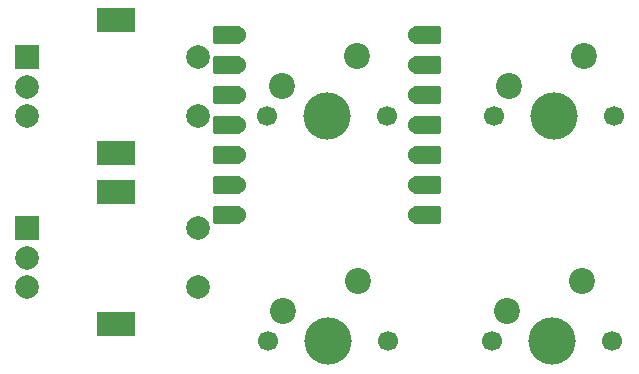
<source format=gbr>
%TF.GenerationSoftware,KiCad,Pcbnew,8.0.6*%
%TF.CreationDate,2024-10-21T22:58:36-05:00*%
%TF.ProjectId,HackPad,4861636b-5061-4642-9e6b-696361645f70,rev?*%
%TF.SameCoordinates,Original*%
%TF.FileFunction,Soldermask,Bot*%
%TF.FilePolarity,Negative*%
%FSLAX46Y46*%
G04 Gerber Fmt 4.6, Leading zero omitted, Abs format (unit mm)*
G04 Created by KiCad (PCBNEW 8.0.6) date 2024-10-21 22:58:36*
%MOMM*%
%LPD*%
G01*
G04 APERTURE LIST*
G04 Aperture macros list*
%AMRoundRect*
0 Rectangle with rounded corners*
0 $1 Rounding radius*
0 $2 $3 $4 $5 $6 $7 $8 $9 X,Y pos of 4 corners*
0 Add a 4 corners polygon primitive as box body*
4,1,4,$2,$3,$4,$5,$6,$7,$8,$9,$2,$3,0*
0 Add four circle primitives for the rounded corners*
1,1,$1+$1,$2,$3*
1,1,$1+$1,$4,$5*
1,1,$1+$1,$6,$7*
1,1,$1+$1,$8,$9*
0 Add four rect primitives between the rounded corners*
20,1,$1+$1,$2,$3,$4,$5,0*
20,1,$1+$1,$4,$5,$6,$7,0*
20,1,$1+$1,$6,$7,$8,$9,0*
20,1,$1+$1,$8,$9,$2,$3,0*%
G04 Aperture macros list end*
%ADD10C,1.700000*%
%ADD11C,4.000000*%
%ADD12C,2.200000*%
%ADD13R,2.000000X2.000000*%
%ADD14C,2.000000*%
%ADD15R,3.200000X2.000000*%
%ADD16RoundRect,0.152400X-1.063600X-0.609600X1.063600X-0.609600X1.063600X0.609600X-1.063600X0.609600X0*%
%ADD17C,1.524000*%
%ADD18RoundRect,0.152400X1.063600X0.609600X-1.063600X0.609600X-1.063600X-0.609600X1.063600X-0.609600X0*%
G04 APERTURE END LIST*
D10*
%TO.C,SW4*%
X143840000Y-66500000D03*
D11*
X148920000Y-66500000D03*
D10*
X154000000Y-66500000D03*
D12*
X151460000Y-61420000D03*
X145110000Y-63960000D03*
%TD*%
D13*
%TO.C,RE7*%
X104500000Y-57000000D03*
D14*
X104500000Y-62000000D03*
X104500000Y-59500000D03*
D15*
X112000000Y-53900000D03*
X112000000Y-65100000D03*
D14*
X119000000Y-62000000D03*
X119000000Y-57000000D03*
%TD*%
D13*
%TO.C,RE6*%
X104500000Y-42500000D03*
D14*
X104500000Y-47500000D03*
X104500000Y-45000000D03*
D15*
X112000000Y-39400000D03*
X112000000Y-50600000D03*
D14*
X119000000Y-47500000D03*
X119000000Y-42500000D03*
%TD*%
D10*
%TO.C,SW2*%
X124880000Y-66580000D03*
D11*
X129960000Y-66580000D03*
D10*
X135040000Y-66580000D03*
D12*
X132500000Y-61500000D03*
X126150000Y-64040000D03*
%TD*%
D10*
%TO.C,SW3*%
X144000000Y-47500000D03*
D11*
X149080000Y-47500000D03*
D10*
X154160000Y-47500000D03*
D12*
X151620000Y-42420000D03*
X145270000Y-44960000D03*
%TD*%
D10*
%TO.C,SW1*%
X124840000Y-47500000D03*
D11*
X129920000Y-47500000D03*
D10*
X135000000Y-47500000D03*
D12*
X132460000Y-42420000D03*
X126110000Y-44960000D03*
%TD*%
D16*
%TO.C,U1*%
X138375000Y-40648500D03*
D17*
X137540000Y-40648500D03*
D16*
X138375000Y-43188500D03*
D17*
X137540000Y-43188500D03*
D16*
X138375000Y-45728500D03*
D17*
X137540000Y-45728500D03*
D16*
X138375000Y-48268500D03*
D17*
X137540000Y-48268500D03*
D16*
X138375000Y-50808500D03*
D17*
X137540000Y-50808500D03*
D16*
X138375000Y-53348500D03*
D17*
X137540000Y-53348500D03*
D16*
X138375000Y-55888500D03*
D17*
X137540000Y-55888500D03*
X122300000Y-55888500D03*
D18*
X121465000Y-55888500D03*
D17*
X122300000Y-53348500D03*
D18*
X121465000Y-53348500D03*
D17*
X122300000Y-50808500D03*
D18*
X121465000Y-50808500D03*
D17*
X122300000Y-48268500D03*
D18*
X121465000Y-48268500D03*
D17*
X122300000Y-45728500D03*
D18*
X121465000Y-45728500D03*
D17*
X122300000Y-43188500D03*
D18*
X121465000Y-43188500D03*
D17*
X122300000Y-40648500D03*
D18*
X121465000Y-40648500D03*
%TD*%
M02*

</source>
